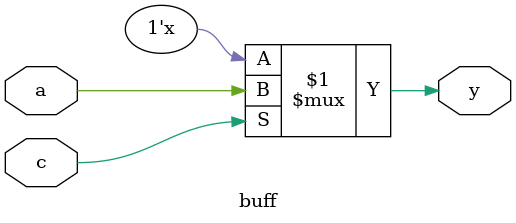
<source format=v>
`timescale 1ns / 1ps


module buff(input a,c,output y);
assign y=c?a:1'bZ;
endmodule

</source>
